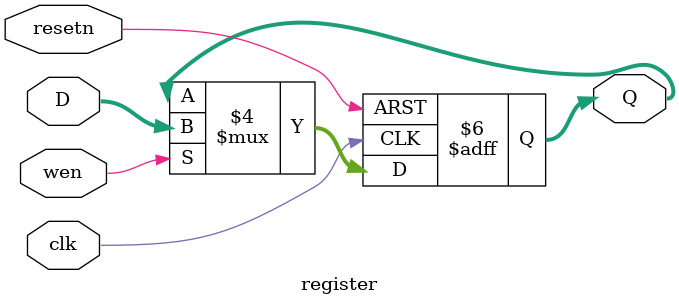
<source format=sv>
module register#(
    parameter n = 4
)(
    input logic clk,
    input logic resetn,
    input logic wen,
    input logic [n-1:0]D,
    output logic [n-1:0]Q
);

    always @(posedge clk, negedge resetn)
    begin 
        if(~resetn) Q <= 0;
        else begin 
        if(wen)
         Q <= D;
         else 
         Q<=Q; 
         end 
    end
endmodule : register
</source>
